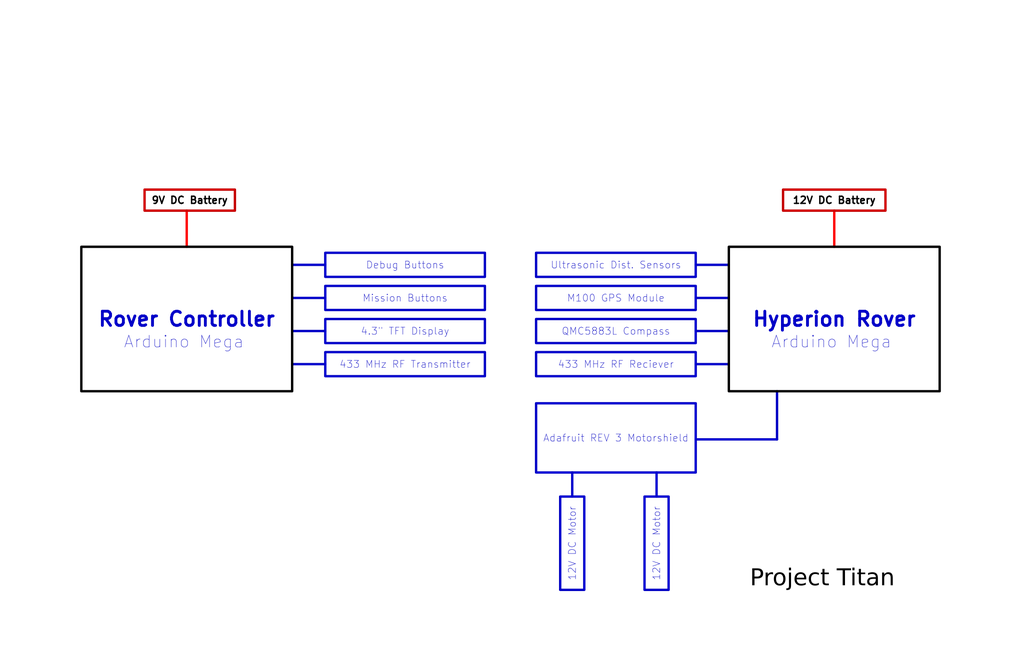
<source format=kicad_sch>
(kicad_sch (version 20230121) (generator eeschema)
  (paper "B")
  (title_block (title "Project Titan Block Diagram") (date "2025-04-22"))
  (lib_symbols)
  (wire (pts (xy 293.37 185.42) (xy 327.66 185.42)) (stroke (width 1) (color 0 0 194 1)))
  (wire (pts (xy 241.3 199.39) (xy 241.3 209.55)) (stroke (width 1) (color 0 0 194 1)))
  (wire (pts (xy 293.37 125.73) (xy 307.34 125.73)) (stroke (width 1) (color 0 0 194 1)))
  (wire (pts (xy 123.19 125.73) (xy 137.16 125.73)) (stroke (width 1) (color 0 0 194 1)))
  (wire (pts (xy 293.37 153.67) (xy 307.34 153.67)) (stroke (width 1) (color 0 0 194 1)))
  (wire (pts (xy 293.37 139.7) (xy 307.34 139.7)) (stroke (width 1) (color 0 0 194 1)))
  (wire (pts (xy 276.86 199.39) (xy 276.86 209.55)) (stroke (width 1) (color 0 0 194 1)))
  (wire (pts (xy 123.19 139.7) (xy 137.16 139.7)) (stroke (width 1) (color 0 0 194 1)))
  (wire (pts (xy 78.74 104.14) (xy 78.74 88.9)) (stroke (width 1) (color 255 0 0 1)))
  (wire (pts (xy 123.19 111.76) (xy 137.16 111.76)) (stroke (width 1) (color 0 0 194 1)))
  (wire (pts (xy 293.37 111.76) (xy 307.34 111.76)) (stroke (width 1) (color 0 0 194 1)))
  (wire (pts (xy 327.66 165.1) (xy 327.66 185.42)) (stroke (width 1) (color 0 0 194 1)))
  (wire (pts (xy 123.19 153.67) (xy 137.16 153.67)) (stroke (width 1) (color 0 0 194 1)))
  (wire (pts (xy 351.79 104.14) (xy 351.79 88.9)) (stroke (width 1) (color 255 0 0 1)))
  (text_box "433 MHz RF Transmitter" (at 137.16 148.59 0) (size 67.31 10.16) (stroke (width 1) (color 0 0 194 1)) (effects (font (size 3 3))))
  (text_box "9V DC Battery" (at 60.96 80.01 0) (size 38.1 8.89) (stroke (width 1) (color 194 0 0 1)) (effects (font (size 3 3) (thickness 0.6) bold)))
  (text_box "Debug Buttons" (at 137.16 106.68 0) (size 67.31 10.16) (stroke (width 1) (color 0 0 194 1)) (effects (font (size 3 3))))
  (text_box "12V DC Motor" (at 271.78 209.55 90) (size 10.16 39.37) (stroke (width 1) (color 0 0 194 1)) (effects (font (size 3 3))))
  (text_box "QMC5883L Compass\n" (at 226.06 134.62 0) (size 67.31 10.16) (stroke (width 1) (color 0 0 194 1)) (effects (font (size 3 3))))
  (text_box "Hyperion Rover" (at 307.34 104.14 0) (size 88.9 60.96) (stroke (width 1) (color 0 0 0 1)) (effects (font (size 6 6) (thickness 1.2) bold)))
  (text_box "Mission Buttons" (at 137.16 120.65 0) (size 67.31 10.16) (stroke (width 1) (color 0 0 194 1)) (effects (font (size 3 3))))
  (text_box "433 MHz RF Reciever" (at 226.06 148.59 0) (size 67.31 10.16) (stroke (width 1) (color 0 0 194 1)) (effects (font (size 3 3))))
  (text_box "12V DC Battery" (at 330.2 80.01 0) (size 43.18 8.89) (stroke (width 1) (color 194 0 0 1)) (effects (font (size 3 3) (thickness 0.6) bold)))
  (text_box "Rover Controller" (at 34.29 104.14 0) (size 88.9 60.96) (stroke (width 1) (color 0 0 0 1)) (effects (font (size 6 6) (thickness 1.2) bold)))
  (text_box "Ultrasonic Dist. Sensors" (at 226.06 106.68 0) (size 67.31 10.16) (stroke (width 1) (color 0 0 194 1)) (effects (font (size 3 3))))
  (text_box "Adafruit REV 3 Motorshield" (at 226.06 170.18 0) (size 67.31 29.21) (stroke (width 1) (color 0 0 194 1)) (effects (font (size 3 3))))
  (text_box "M100 GPS Module" (at 226.06 120.65 0) (size 67.31 10.16) (stroke (width 1) (color 0 0 194 1)) (effects (font (size 3 3))))
  (text_box "12V DC Motor" (at 236.22 209.55 90) (size 10.16 39.37) (stroke (width 1) (color 0 0 194 1)) (effects (font (size 3 3))))
  (text_box "4.3\" TFT Display" (at 137.16 134.62 0) (size 67.31 10.16) (stroke (width 1) (color 0 0 194 1)) (effects (font (size 3 3))))
  (text "Project Titan" (at 316.23 250.19 0) (effects (font (size 7 7)) (justify left bottom)))
  (text "Arduino Mega" (at 325.12 147.32 0) (effects (font (size 5 5)) (justify left bottom)))
  (text "Arduino Mega" (at 52.07 147.32 0) (effects (font (size 5 5)) (justify left bottom)))
  (sheet (at -181.61 162.56) (size 123.19 110.49) (stroke (width 0.1524))
    (property "Sheetname" "Hyperion" (at -181.61 159.9834 0) (effects (font (size 5 5)) (justify left bottom)))
    (property "Sheetfile" "Hyperion.kicad_sch" (at -181.61 273.6346 0) (effects (justify left top)))
  )
  (sheet (at -190.5 -1.27) (size 135.89 119.38) (stroke (width 0.1524))
    (property "Sheetname" "RoverController" (at -190.5 -3.8466 0) (effects (font (size 5 5)) (justify left bottom)))
    (property "Sheetfile" "RoverController.kicad_sch" (at -190.5 118.6946 0) (effects (justify left top)))
  )
)
</source>
